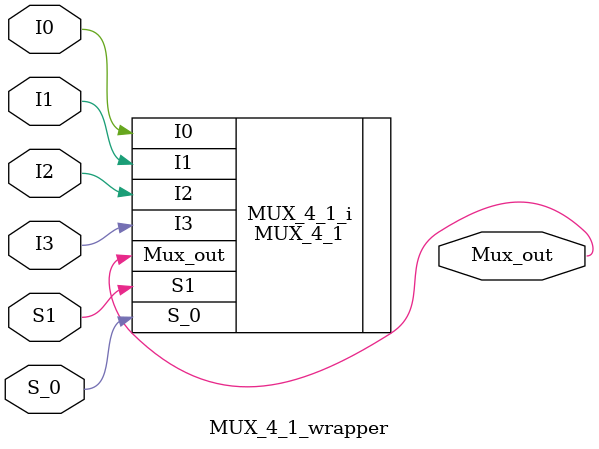
<source format=v>
`timescale 1 ps / 1 ps

module MUX_4_1_wrapper
   (I0,
    I1,
    I2,
    I3,
    Mux_out,
    S1,
    S_0);
  input I0;
  input I1;
  input I2;
  input I3;
  output Mux_out;
  input S1;
  input S_0;

  wire I0;
  wire I1;
  wire I2;
  wire I3;
  wire Mux_out;
  wire S1;
  wire S_0;

  MUX_4_1 MUX_4_1_i
       (.I0(I0),
        .I1(I1),
        .I2(I2),
        .I3(I3),
        .Mux_out(Mux_out),
        .S1(S1),
        .S_0(S_0));
endmodule

</source>
